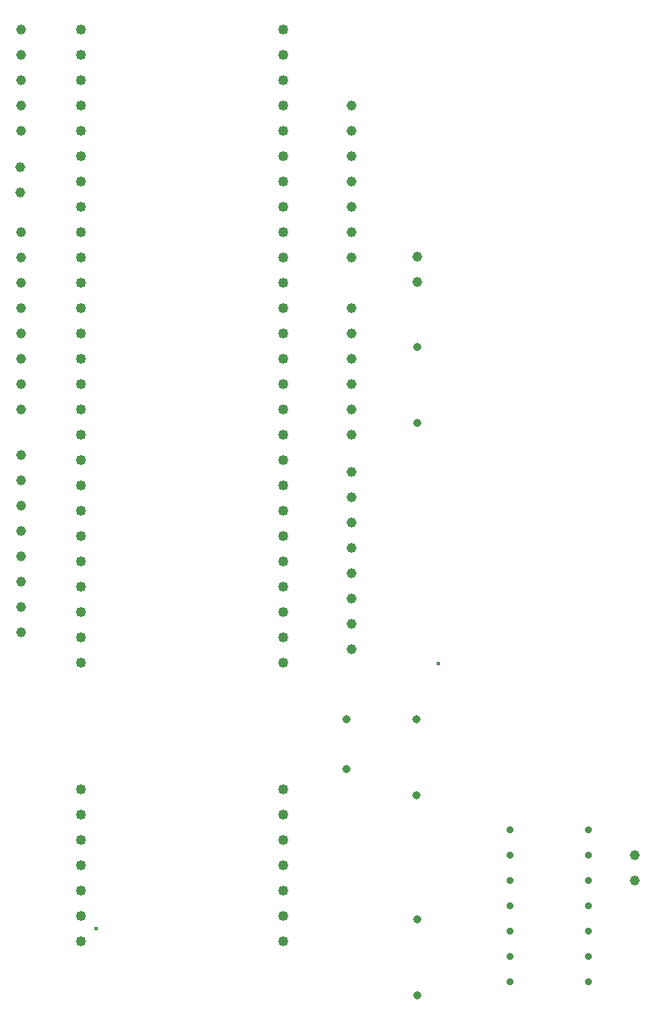
<source format=gbr>
%TF.GenerationSoftware,KiCad,Pcbnew,8.0.6*%
%TF.CreationDate,2025-03-25T14:01:18+08:00*%
%TF.ProjectId,external_chamber,65787465-726e-4616-9c5f-6368616d6265,rev?*%
%TF.SameCoordinates,Original*%
%TF.FileFunction,Plated,1,2,PTH,Drill*%
%TF.FilePolarity,Positive*%
%FSLAX46Y46*%
G04 Gerber Fmt 4.6, Leading zero omitted, Abs format (unit mm)*
G04 Created by KiCad (PCBNEW 8.0.6) date 2025-03-25 14:01:18*
%MOMM*%
%LPD*%
G01*
G04 APERTURE LIST*
%TA.AperFunction,ViaDrill*%
%ADD10C,0.400000*%
%TD*%
%TA.AperFunction,ComponentDrill*%
%ADD11C,0.740000*%
%TD*%
%TA.AperFunction,ComponentDrill*%
%ADD12C,0.800000*%
%TD*%
%TA.AperFunction,ComponentDrill*%
%ADD13C,1.000000*%
%TD*%
%TA.AperFunction,ComponentDrill*%
%ADD14C,1.020000*%
%TD*%
G04 APERTURE END LIST*
D10*
X92571600Y-144920000D03*
X126914500Y-118267500D03*
D11*
%TO.C,U2*%
X134092500Y-134980000D03*
X134092500Y-137520000D03*
X134092500Y-140060000D03*
X134092500Y-142600000D03*
X134092500Y-145140000D03*
X134092500Y-147680000D03*
X134092500Y-150220000D03*
X142032500Y-134980000D03*
X142032500Y-137520000D03*
X142032500Y-140060000D03*
X142032500Y-142600000D03*
X142032500Y-145140000D03*
X142032500Y-147680000D03*
X142032500Y-150220000D03*
D12*
%TO.C,C1*%
X117692500Y-123860000D03*
X117692500Y-128860000D03*
%TO.C,R2*%
X124692500Y-123850000D03*
X124692500Y-131470000D03*
%TO.C,R1*%
X124800000Y-86590000D03*
X124800000Y-94210000D03*
%TO.C,R3*%
X124800000Y-143990000D03*
X124800000Y-151610000D03*
D13*
%TO.C,J5*%
X84975000Y-68510000D03*
X84975000Y-71050000D03*
%TO.C,J4*%
X85000000Y-54720000D03*
X85000000Y-57260000D03*
X85000000Y-59800000D03*
X85000000Y-62340000D03*
X85000000Y-64880000D03*
%TO.C,J7*%
X85000000Y-75000000D03*
X85000000Y-77540000D03*
X85000000Y-80080000D03*
X85000000Y-82620000D03*
X85000000Y-85160000D03*
X85000000Y-87700000D03*
X85000000Y-90240000D03*
X85000000Y-92780000D03*
%TO.C,J3*%
X85000000Y-97380000D03*
X85000000Y-99920000D03*
X85000000Y-102460000D03*
X85000000Y-105000000D03*
X85000000Y-107540000D03*
X85000000Y-110080000D03*
X85000000Y-112620000D03*
X85000000Y-115160000D03*
%TO.C,J2*%
X118200000Y-62300000D03*
X118200000Y-64840000D03*
X118200000Y-67380000D03*
X118200000Y-69920000D03*
X118200000Y-72460000D03*
X118200000Y-75000000D03*
X118200000Y-77540000D03*
%TO.C,J8*%
X118200000Y-82660000D03*
X118200000Y-85200000D03*
X118200000Y-87740000D03*
X118200000Y-90280000D03*
X118200000Y-92820000D03*
X118200000Y-95360000D03*
%TO.C,J6*%
X118200000Y-99120000D03*
X118200000Y-101660000D03*
X118200000Y-104200000D03*
X118200000Y-106740000D03*
X118200000Y-109280000D03*
X118200000Y-111820000D03*
X118200000Y-114360000D03*
X118200000Y-116900000D03*
%TO.C,J1*%
X124800000Y-77535000D03*
X124800000Y-80075000D03*
%TO.C,J9*%
X146625000Y-137550000D03*
X146625000Y-140090000D03*
D14*
%TO.C,U1*%
X91000000Y-54750000D03*
X91000000Y-57290000D03*
X91000000Y-59830000D03*
X91000000Y-62370000D03*
X91000000Y-64910000D03*
X91000000Y-67450000D03*
X91000000Y-69990000D03*
X91000000Y-72530000D03*
X91000000Y-75070000D03*
X91000000Y-77610000D03*
X91000000Y-80150000D03*
X91000000Y-82690000D03*
X91000000Y-85230000D03*
X91000000Y-87770000D03*
X91000000Y-90310000D03*
X91000000Y-92850000D03*
X91000000Y-95390000D03*
X91000000Y-97930000D03*
X91000000Y-100470000D03*
X91000000Y-103010000D03*
X91000000Y-105550000D03*
X91000000Y-108090000D03*
X91000000Y-110630000D03*
X91000000Y-113170000D03*
X91000000Y-115710000D03*
X91000000Y-118250000D03*
X91000000Y-130950000D03*
X91000000Y-133490000D03*
X91000000Y-136030000D03*
X91000000Y-138570000D03*
X91000000Y-141110000D03*
X91000000Y-143650000D03*
X91000000Y-146190000D03*
X111320000Y-54750000D03*
X111320000Y-57290000D03*
X111320000Y-59830000D03*
X111320000Y-62370000D03*
X111320000Y-64910000D03*
X111320000Y-67450000D03*
X111320000Y-69990000D03*
X111320000Y-72530000D03*
X111320000Y-75070000D03*
X111320000Y-77610000D03*
X111320000Y-80150000D03*
X111320000Y-82690000D03*
X111320000Y-85230000D03*
X111320000Y-87770000D03*
X111320000Y-90310000D03*
X111320000Y-92850000D03*
X111320000Y-95390000D03*
X111320000Y-97930000D03*
X111320000Y-100470000D03*
X111320000Y-103010000D03*
X111320000Y-105550000D03*
X111320000Y-108090000D03*
X111320000Y-110630000D03*
X111320000Y-113170000D03*
X111320000Y-115710000D03*
X111320000Y-118250000D03*
X111320000Y-130950000D03*
X111320000Y-133490000D03*
X111320000Y-136030000D03*
X111320000Y-138570000D03*
X111320000Y-141110000D03*
X111320000Y-143650000D03*
X111320000Y-146190000D03*
M02*

</source>
